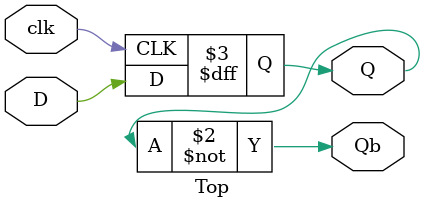
<source format=v>
`timescale 1ns / 1ps
module Top(
input D, clk,
output reg Q, 
output wire Qb );

always @(posedge clk)
	begin
		Q = D;
	 
	end
	assign Qb = ~Q;
endmodule




</source>
